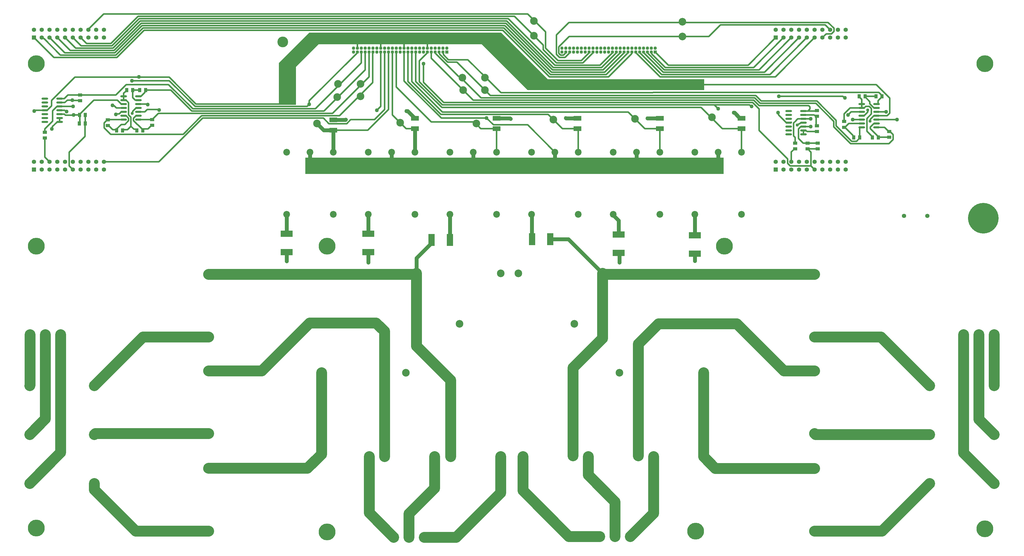
<source format=gtl>
G04*
G04 #@! TF.GenerationSoftware,Altium Limited,Altium Designer,22.11.1 (43)*
G04*
G04 Layer_Physical_Order=1*
G04 Layer_Color=255*
%FSLAX44Y44*%
%MOMM*%
G71*
G04*
G04 #@! TF.SameCoordinates,B38BEB0A-FF2B-4473-85C9-27130B265984*
G04*
G04*
G04 #@! TF.FilePolarity,Positive*
G04*
G01*
G75*
%ADD18O,2.2000X0.6000*%
%ADD19R,1.0200X1.4700*%
%ADD20R,1.4700X1.0200*%
%ADD21R,2.5000X1.5000*%
%ADD22R,2.0000X4.0000*%
%ADD23R,4.0000X2.0000*%
%ADD44C,0.5080*%
%ADD45C,3.5560*%
%ADD46C,1.2700*%
%ADD47C,2.5000*%
%ADD48C,2.2000*%
%ADD49C,3.5000*%
%ADD50C,3.0000*%
%ADD51O,3.6000X3.2000*%
%ADD52C,5.5000*%
%ADD53C,10.0000*%
%ADD54C,1.4000*%
%ADD55R,1.4000X1.4000*%
%ADD56R,2.5000X2.5000*%
%ADD57C,1.0900*%
%ADD58R,1.0900X1.0900*%
%ADD59C,1.0160*%
%ADD60C,1.2700*%
G36*
X2001520Y3223260D02*
X2512060D01*
Y3187700D01*
X1935480D01*
X1785620Y3337560D01*
X1252220D01*
X1178560Y3263900D01*
X1178560Y3139340D01*
X1122680D01*
Y3276600D01*
X1221740Y3375660D01*
X1849120D01*
X2001520Y3223260D01*
D02*
G37*
G36*
X2575560Y2913380D02*
X1209040D01*
Y2966720D01*
X2575560D01*
Y2913380D01*
D02*
G37*
D18*
X2787780Y3119120D02*
D03*
Y3106420D02*
D03*
Y3093720D02*
D03*
Y3081020D02*
D03*
Y3068320D02*
D03*
Y3055620D02*
D03*
Y3042920D02*
D03*
X2835780Y3119120D02*
D03*
Y3106420D02*
D03*
Y3093720D02*
D03*
Y3081020D02*
D03*
Y3068320D02*
D03*
Y3055620D02*
D03*
Y3042920D02*
D03*
X663600Y3090890D02*
D03*
Y3103590D02*
D03*
Y3116290D02*
D03*
Y3128990D02*
D03*
Y3141690D02*
D03*
Y3154390D02*
D03*
Y3167090D02*
D03*
X615600Y3090890D02*
D03*
Y3103590D02*
D03*
Y3116290D02*
D03*
Y3128990D02*
D03*
Y3141690D02*
D03*
Y3154390D02*
D03*
Y3167090D02*
D03*
X3074540Y3065780D02*
D03*
Y3078480D02*
D03*
Y3091180D02*
D03*
Y3103880D02*
D03*
Y3116580D02*
D03*
Y3129280D02*
D03*
Y3141980D02*
D03*
X3026540Y3065780D02*
D03*
Y3078480D02*
D03*
Y3091180D02*
D03*
Y3103880D02*
D03*
Y3116580D02*
D03*
Y3129280D02*
D03*
Y3141980D02*
D03*
X357660Y3159470D02*
D03*
Y3146770D02*
D03*
Y3134070D02*
D03*
Y3121370D02*
D03*
Y3108670D02*
D03*
Y3095970D02*
D03*
Y3083270D02*
D03*
X405660Y3159470D02*
D03*
Y3146770D02*
D03*
Y3134070D02*
D03*
Y3121370D02*
D03*
Y3108670D02*
D03*
Y3095970D02*
D03*
Y3083270D02*
D03*
D19*
X644500Y3187700D02*
D03*
X625500D02*
D03*
X677520Y3055620D02*
D03*
X658520D02*
D03*
X592480D02*
D03*
X611480D02*
D03*
X687020Y3187700D02*
D03*
X668020D02*
D03*
X3037180Y3167380D02*
D03*
X3018180D02*
D03*
X3080360Y3032760D02*
D03*
X3061360D02*
D03*
X3092400Y3167380D02*
D03*
X3073400D02*
D03*
X3019400Y3032760D02*
D03*
X3000400D02*
D03*
X490220Y3106130D02*
D03*
X471220D02*
D03*
X470560Y3078480D02*
D03*
X489560D02*
D03*
D20*
X708660Y3091180D02*
D03*
Y3072180D02*
D03*
X563880Y3090520D02*
D03*
Y3071520D02*
D03*
X2969260Y3065780D02*
D03*
Y3084780D02*
D03*
X3116580Y3052420D02*
D03*
Y3033420D02*
D03*
X2809240Y3014320D02*
D03*
Y2995320D02*
D03*
X2880360Y3070860D02*
D03*
Y3051860D02*
D03*
Y3102000D02*
D03*
Y3121000D02*
D03*
X2849880Y2995320D02*
D03*
Y3014320D02*
D03*
X358140Y3049880D02*
D03*
Y3030880D02*
D03*
X473100Y3152510D02*
D03*
Y3171510D02*
D03*
X2882900Y3014320D02*
D03*
Y2995320D02*
D03*
D21*
X2098040Y3095480D02*
D03*
Y3061480D02*
D03*
X2367280Y3095480D02*
D03*
Y3061480D02*
D03*
X2633980Y3095480D02*
D03*
Y3061480D02*
D03*
X1300480Y3090400D02*
D03*
Y3056400D02*
D03*
X1567180Y3095480D02*
D03*
Y3061480D02*
D03*
X1833880Y3095480D02*
D03*
Y3061480D02*
D03*
D22*
X2009140Y2700020D02*
D03*
X1949140D02*
D03*
X1621000Y2697480D02*
D03*
X1681000D02*
D03*
D23*
X2232660Y2654780D02*
D03*
Y2714780D02*
D03*
X2481580Y2652240D02*
D03*
Y2712240D02*
D03*
X1148080Y2657320D02*
D03*
Y2717320D02*
D03*
X1414780Y2657320D02*
D03*
Y2717320D02*
D03*
D44*
X2817160Y3093720D02*
X2860040D01*
X2811480Y3088040D02*
X2817160Y3093720D01*
X2811480Y3087217D02*
Y3088040D01*
X2804160Y3079897D02*
X2811480Y3087217D01*
X2697713Y3152140D02*
X2879630D01*
X2344823Y3179810D02*
X3082220D01*
X2694557Y3144520D02*
X2876474D01*
X2969738Y3162300D02*
X2971800D01*
X2755900Y3167380D02*
X2964658D01*
X1797050Y3229610D02*
X1847850Y3178810D01*
X2679933Y3169920D02*
X2697713Y3152140D01*
X2343823Y3178810D02*
X2344823Y3179810D01*
X2853036Y3136900D02*
X2857500Y3132436D01*
X2691401Y3136900D02*
X2853036D01*
X1719580Y3225800D02*
X1783080Y3162300D01*
X2673621Y3154680D02*
X2691401Y3136900D01*
X1704340Y3279140D02*
X1795780Y3187700D01*
X2676777Y3162300D02*
X2694557Y3144520D01*
X1724660Y3187700D02*
X1757680Y3154680D01*
X2853036Y3121660D02*
X2857500Y3126124D01*
X3082220Y3179810D02*
X3092400Y3169630D01*
X1847850Y3178810D02*
X2343823D01*
X1795780Y3187700D02*
X1813560Y3169920D01*
X2964658Y3167380D02*
X2969738Y3162300D01*
X2857500Y3126124D02*
Y3132436D01*
X2876474Y3144520D02*
X2935463Y3085531D01*
X2494280Y3205480D02*
X3073934D01*
X1813560Y3169920D02*
X2679933D01*
X3073934Y3205480D02*
X3117850Y3161564D01*
X1620520Y3291840D02*
X1724660Y3187700D01*
X2787780Y3081020D02*
X2795531D01*
X2853036Y3119296D02*
X2876116D01*
X2795531Y3081020D02*
X2795956Y3081445D01*
X2804160Y3037982D02*
Y3079897D01*
X2835956Y3119296D02*
X2853036D01*
X2795956Y3081445D02*
Y3082469D01*
X2879630Y3152140D02*
X2943083Y3088687D01*
X2835780Y3119120D02*
X2835956Y3119296D01*
X2754818Y3105982D02*
X2779780Y3081020D01*
X3117850Y3111845D02*
Y3161564D01*
X3109885Y3103880D02*
X3117850Y3111845D01*
X3074540Y3103880D02*
X3109885D01*
X1634334Y3307274D02*
Y3311046D01*
X1633220Y3312160D02*
X1634334Y3311046D01*
Y3307274D02*
X1709456Y3232151D01*
X1719580Y3228340D02*
X1722120D01*
X1715768Y3232151D02*
X1719580Y3228340D01*
X1709456Y3232151D02*
X1715768D01*
X1757680Y3154680D02*
X2673621D01*
X1620520Y3291840D02*
Y3312160D01*
X1783080Y3162300D02*
X2676777D01*
X1647034Y3305350D02*
X1673244Y3279140D01*
X1647034Y3305350D02*
Y3311046D01*
X1659734Y3303427D02*
Y3311046D01*
X1676400Y3286760D02*
X1739900D01*
X1659734Y3303427D02*
X1676400Y3286760D01*
X1673244Y3279140D02*
X1704340D01*
X1645920Y3312160D02*
X1647034Y3311046D01*
X1739900Y3286760D02*
X1797050Y3229610D01*
X1658620Y3312160D02*
X1659734Y3311046D01*
X3053380Y3086100D02*
X3054352Y3087072D01*
Y3091692D02*
X3066240Y3103579D01*
X3054352Y3087072D02*
Y3091692D01*
X3043220Y3094821D02*
X3057769Y3109371D01*
X3043220Y3053150D02*
Y3094821D01*
Y3053150D02*
X3061360Y3035010D01*
X2754818Y3105982D02*
Y3112582D01*
X2753360Y3114040D02*
X2754818Y3112582D01*
X2779780Y3081020D02*
X2787780D01*
X2806990Y2995320D02*
X2809240D01*
X2796540Y2952750D02*
Y2984870D01*
X2806990Y2995320D01*
X2792776Y2939430D02*
X2860660D01*
Y2984540D01*
X2784757Y2958051D02*
Y2962259D01*
X2691405Y3055611D02*
X2784757Y2962259D01*
X2784460Y2957754D02*
X2784757Y2958051D01*
X2784460Y2947746D02*
X2792776Y2939430D01*
X2784460Y2947746D02*
Y2957754D01*
X2969260Y3109885D02*
X2988480Y3129104D01*
X2992120Y3116580D02*
X3026540D01*
X2981960Y3106420D02*
X2992120Y3116580D01*
X2988480Y3129104D02*
X3026364D01*
X2969260Y3084780D02*
Y3109885D01*
X3100970Y3065780D02*
X3114330Y3052420D01*
X3074540Y3065780D02*
X3100970D01*
X3114330Y3052420D02*
X3116580D01*
X3034840Y3104181D02*
X3045869Y3115209D01*
Y3122069D01*
X3046340Y3122540D01*
X2815590Y3073400D02*
X2817652D01*
X2821655Y3077403D02*
X2823914D01*
X2817652Y3073400D02*
X2821655Y3077403D01*
X2823914D02*
X2827531Y3081020D01*
X643110Y3111500D02*
X644568Y3112958D01*
Y3117958D01*
X663299Y3128690D02*
X663600Y3128990D01*
X655300Y3128690D02*
X663299D01*
X644568Y3117958D02*
X655300Y3128690D01*
X631680Y3106286D02*
Y3146310D01*
X639300Y3069420D02*
Y3098666D01*
X631680Y3106286D02*
X639300Y3098666D01*
X3057769Y3109371D02*
Y3127274D01*
X3051074Y3133970D02*
X3057769Y3127274D01*
X3034789Y3129280D02*
X3039478Y3133970D01*
X3026841Y3104181D02*
X3034840D01*
X3026540Y3103880D02*
X3026841Y3104181D01*
X3039478Y3133970D02*
X3051074D01*
X3026540Y3129280D02*
X3034789D01*
X3074240Y3103579D02*
X3074540Y3103880D01*
X3066240Y3103579D02*
X3074240D01*
X3054378Y3060992D02*
Y3066154D01*
X3066704Y3078480D01*
X3074540D01*
X451849Y3106130D02*
X471220D01*
X424616Y3105755D02*
X446451D01*
X446826Y3106130D01*
X451849D01*
X471220D02*
X471920Y3105430D01*
X2860660Y2939430D02*
X2872740Y2927350D01*
X2870326D02*
X2872740D01*
X1388110Y3171190D02*
X1428906Y3211986D01*
X607351Y3090714D02*
X615424D01*
X1397000Y3210560D02*
X1417320Y3230880D01*
X1241860Y3126540D02*
X1391920Y3276600D01*
Y3312160D01*
X840940Y3126540D02*
X1241860D01*
X837784Y3118920D02*
X1269800D01*
X1404620Y3253740D02*
Y3312160D01*
X1269800Y3118920D02*
X1404620Y3253740D01*
X1428906Y3211986D02*
Y3311046D01*
X870404Y3103680D02*
X1320600D01*
X1388110Y3171190D01*
X1595120Y3213100D02*
X1661160Y3147060D01*
X2670464D01*
X1595120Y3213100D02*
Y3274060D01*
X1221740Y3152488D02*
X1377050Y3307798D01*
X1221740Y3140710D02*
Y3152488D01*
X1377050Y3307798D02*
Y3308415D01*
X1379220Y3310585D01*
Y3312160D01*
X1297740Y3111300D02*
X1397000Y3210560D01*
X728780Y3111300D02*
X1297740D01*
X1417320Y3230880D02*
Y3312160D01*
X1214954Y3134160D02*
X1221504Y3140710D01*
X2971510Y3065780D02*
X2997840Y3039450D01*
X2971510Y3065780D02*
X2984210Y3078480D01*
X2990039Y3012710D02*
X3115504D01*
X2935463Y3067286D02*
X2990039Y3012710D01*
X2984210Y3078480D02*
X3026540D01*
X2943083Y3070443D02*
Y3088687D01*
X2993196Y3020330D02*
X3009220D01*
X2997840Y3035320D02*
Y3039450D01*
Y3035320D02*
X3000400Y3032760D01*
X2943083Y3070443D02*
X2993196Y3020330D01*
X2935463Y3067286D02*
Y3085531D01*
X3009220Y3020330D02*
X3019400Y3030510D01*
X3115504Y3012710D02*
X3129010Y3026216D01*
X3019400Y3030510D02*
Y3065355D01*
X3092400Y3165130D02*
Y3169630D01*
X3074540Y3091180D02*
X3141980D01*
X2665294Y3134360D02*
X2667000D01*
X2545080Y3139440D02*
X2660214D01*
X2665294Y3134360D01*
X2691405Y3055611D02*
Y3126119D01*
X2670464Y3147060D02*
X2691405Y3126119D01*
X1656696Y3139440D02*
X2545080D01*
X2557780Y3126740D01*
X1161258Y3149600D02*
X1163320D01*
X1153438Y3141780D02*
X1161258Y3149600D01*
X851716Y3141780D02*
X1153438D01*
X2395220Y3268980D02*
X2655570D01*
X2352040Y3312160D02*
X2395220Y3268980D01*
X2655570D02*
X2745740Y3359150D01*
X2384756Y3261360D02*
X2673350D01*
X2381599Y3253740D02*
X2691130D01*
X2327754Y3307586D02*
X2381599Y3253740D01*
X2691130D02*
X2796540Y3359150D01*
X2340454Y3305662D02*
X2384756Y3261360D01*
X2316110Y3307798D02*
X2377788Y3246120D01*
X2290710Y3307798D02*
X2367628Y3230880D01*
X2372708Y3238500D02*
X2726690D01*
X2708910Y3246120D02*
X2821940Y3359150D01*
X2367628Y3230880D02*
X2744470D01*
X2303410Y3307798D02*
X2372708Y3238500D01*
X2377788Y3246120D02*
X2708910D01*
X2726690Y3238500D02*
X2847340Y3359150D01*
X2673350Y3261360D02*
X2771140Y3359150D01*
X2744470Y3230880D02*
X2872740Y3359150D01*
X2199640Y3230880D02*
X2274726Y3305966D01*
X2006600Y3230880D02*
X2199640D01*
X1854200Y3383280D02*
X2006600Y3230880D01*
X2191672Y3238500D02*
X2260970Y3307798D01*
X1857356Y3390900D02*
X2009756Y3238500D01*
X2191672D01*
X2186592Y3246120D02*
X2234852Y3294380D01*
X1860513Y3398520D02*
X2012913Y3246120D01*
X2186592D01*
X1863669Y3406140D02*
X2016069Y3253740D01*
X2181512D02*
X2236626Y3308855D01*
X2016069Y3253740D02*
X2181512D01*
X2176432Y3261360D02*
X2222870Y3307798D01*
X1866900Y3413760D02*
X2019300Y3261360D01*
X2176432D01*
X1871980Y3421380D02*
X2024380Y3268980D01*
X2171351D01*
X2211226Y3308855D01*
X2029090Y3304642D02*
X2039722Y3294010D01*
X2056682D02*
X2070470Y3307798D01*
X2036710D02*
X2042878Y3301630D01*
X2034540Y3284220D02*
X2110392D01*
X2051602Y3301630D02*
X2057770Y3307798D01*
X2029460Y3276600D02*
X2115471D01*
X1986280Y3319780D02*
X2029460Y3276600D01*
X2115471D02*
X2146670Y3307798D01*
X2110392Y3284220D02*
X2133970Y3307798D01*
X2042878Y3301630D02*
X2051602D01*
X2069832Y3408680D02*
X2916494D01*
X2070448Y3362960D02*
X2509520D01*
X2039722Y3294010D02*
X2056682D01*
X1993900Y3324860D02*
X2034540Y3284220D01*
X2898140Y3359150D02*
X2900473D01*
X3080000Y3142405D02*
Y3152730D01*
X3074540Y3141980D02*
X3079575D01*
X3080000Y3142405D01*
Y3152730D02*
X3092400Y3165130D01*
X3053052Y3142768D02*
Y3149258D01*
Y3142768D02*
X3066540Y3129280D01*
X3037180Y3165130D02*
Y3167380D01*
Y3165130D02*
X3053052Y3149258D01*
X3066540Y3129280D02*
X3074540D01*
X3037180Y3167380D02*
X3073400D01*
X3018180Y3165130D02*
Y3167380D01*
X3026540Y3141980D02*
Y3156770D01*
X3018180Y3165130D02*
X3026540Y3156770D01*
X1544320Y3215640D02*
X1651900Y3108060D01*
X1569720Y3215640D02*
X1654674Y3130686D01*
X1557020Y3215640D02*
X1656980Y3115680D01*
X1569720Y3215640D02*
Y3312160D01*
X1654674Y3130686D02*
X2501900D01*
X1656980Y3115680D02*
X2264040D01*
X1651900Y3108060D02*
X2002420D01*
X2049000Y3061480D01*
X1544320Y3215640D02*
Y3312160D01*
X1581150Y3214986D02*
X1656696Y3139440D01*
X1557020Y3215640D02*
Y3312160D01*
X1531620Y3217564D02*
X1652924Y3096260D01*
X1800860D01*
X2264040Y3115680D02*
X2318240Y3061480D01*
X1581150Y3214986D02*
Y3283298D01*
X1531620Y3217564D02*
Y3312160D01*
X3116580Y3052420D02*
X3118830D01*
X3129010Y3026216D02*
Y3042240D01*
X3118830Y3052420D02*
X3129010Y3042240D01*
X2501900Y3130686D02*
X2534353Y3098233D01*
X1581150Y3283298D02*
X1605650Y3307798D01*
Y3312160D02*
X1607820D01*
X1605650Y3307798D02*
Y3312160D01*
X2852130Y2995320D02*
X2854690Y2992760D01*
X2849880Y2995320D02*
X2852130D01*
X2854690Y2990510D02*
Y2992760D01*
Y2990510D02*
X2860660Y2984540D01*
X2835780Y3106420D02*
X2871150D01*
X2876942Y3071738D02*
X2877820Y3070860D01*
X2871150Y3106420D02*
X2875570Y3102000D01*
X2877820Y3070860D02*
Y3102000D01*
X2875570D02*
X2877820D01*
X2835780Y3068320D02*
X2860040D01*
X2852130Y2995320D02*
X2882900D01*
X2827780Y3068320D02*
X2835780D01*
X2819700Y3060240D02*
X2827780Y3068320D01*
X2819700Y3029530D02*
Y3060240D01*
Y3029530D02*
X2834910Y3014320D01*
X2849880D01*
X2804160Y3037982D02*
X2809240Y3032902D01*
Y3014320D02*
Y3032902D01*
X2849880Y3014320D02*
X2882900D01*
X2844029Y3055620D02*
X2847789Y3051860D01*
X2877820D01*
X2835780Y3055620D02*
X2844029D01*
X2876116Y3119296D02*
X2877820Y3121000D01*
X2835355Y3042495D02*
X2835780Y3042920D01*
X2828478Y3042495D02*
X2835355D01*
X2835780Y3042920D02*
Y3055620D01*
X2827531Y3081020D02*
X2835780D01*
X3054378Y3060992D02*
X3080360Y3035010D01*
X456373Y3229610D02*
X763886D01*
X2997200Y3091180D02*
X3026540D01*
X2969260Y3065780D02*
X2971510D01*
X3019400Y3065355D02*
X3019825Y3065780D01*
X3026540D01*
X3080360Y3032760D02*
Y3035010D01*
X3061360Y3032760D02*
Y3035010D01*
X3080690Y3033090D02*
X3116250D01*
X3080360Y3032760D02*
X3080690Y3033090D01*
X3116250D02*
X3116580Y3033420D01*
X3074540Y3116580D02*
X3106420D01*
X3073400Y3167380D02*
X3074340Y3166440D01*
X3026540Y3129280D02*
Y3141980D01*
X3026364Y3129104D02*
X3026540Y3129280D01*
X692648Y3123910D02*
X730340D01*
X731520Y3122730D01*
X685028Y3116290D02*
X692648Y3123910D01*
X663600Y3116290D02*
X685028D01*
X2248270Y3307798D02*
Y3308415D01*
X2250440Y3310585D01*
Y3312160D01*
X2236626Y3308855D02*
Y3311046D01*
X2234852Y3294380D02*
X2234852D01*
X2248270Y3307798D01*
X2211226Y3311046D02*
X2212340Y3312160D01*
X2211226Y3308855D02*
Y3311046D01*
X2274726D02*
X2275840Y3312160D01*
X2274726Y3305966D02*
Y3311046D01*
X1428906D02*
X1430020Y3312160D01*
X809914Y3043190D02*
X870404Y3103680D01*
X551450Y3064316D02*
Y3080340D01*
Y3064316D02*
X572576Y3043190D01*
X809914D01*
X551450Y3080340D02*
X561630Y3090520D01*
X563880D01*
X873560Y3096060D02*
X1267636D01*
X730250Y2952750D02*
X873560Y3096060D01*
X1267636D02*
X1285876Y3077820D01*
X551180Y2952750D02*
X730250D01*
X677520Y3060700D02*
X694930D01*
X647520Y3087543D02*
Y3095510D01*
X677520Y3055620D02*
Y3057870D01*
X661403Y3073987D02*
X677520Y3057870D01*
X661077Y3073987D02*
X661403D01*
X647520Y3087543D02*
X661077Y3073987D01*
X762000Y3205480D02*
X840940Y3126540D01*
X764540Y3218180D02*
X848560Y3134160D01*
X1221504Y3140710D02*
X1221740D01*
X769004Y3187700D02*
X837784Y3118920D01*
X708660Y3091180D02*
X728780Y3111300D01*
X763886Y3229610D02*
X851716Y3141780D01*
X848560Y3134160D02*
X1214954D01*
X671849Y3091035D02*
X708515D01*
X708660Y3091180D01*
X592480Y3053370D02*
Y3055620D01*
X663600Y3090890D02*
X671849D01*
X706410Y3072180D02*
X708660D01*
X694930Y3060700D02*
X706410Y3072180D01*
X687020Y3187700D02*
X769004D01*
X642620Y3218180D02*
X764540D01*
X623646Y3205480D02*
X762000D01*
X589676Y3171510D02*
X623646Y3205480D01*
X473100Y3171510D02*
X589676D01*
X644500Y3162960D02*
Y3187700D01*
X663424Y3154566D02*
X663600Y3154390D01*
X652894Y3154566D02*
X663424D01*
X644500Y3162960D02*
X652894Y3154566D01*
X649277Y3059443D02*
X655960D01*
X658520Y3056883D01*
Y3055620D02*
Y3056883D01*
X639300Y3069420D02*
X649277Y3059443D01*
X566130Y3071520D02*
X579490Y3058160D01*
X590600D01*
X563880Y3071520D02*
X566130D01*
X517520Y3154680D02*
X594610D01*
X607299Y3141990D01*
X471220Y3108380D02*
X517520Y3154680D01*
X615424Y3090714D02*
X615600Y3090890D01*
X564074Y3090714D02*
X607351D01*
X563880Y3090520D02*
X564074Y3090714D01*
X590600Y3058530D02*
X607327Y3075257D01*
X619393D01*
X671600Y3167090D02*
X684460Y3179950D01*
Y3185140D01*
X687020Y3187700D01*
X663600Y3167090D02*
X671600D01*
X591632Y3128990D02*
X615600D01*
X583722Y3136900D02*
X591632Y3128990D01*
X607299Y3141990D02*
X615299D01*
X615600Y3141690D01*
X628040Y3058160D02*
X639300Y3069420D01*
X615600Y3103590D02*
X623600D01*
X631680Y3087543D02*
Y3095510D01*
X619393Y3075257D02*
X631680Y3087543D01*
X623600Y3103590D02*
X631680Y3095510D01*
X647520D02*
X655600Y3103590D01*
X663600D02*
X663627Y3103564D01*
X623600Y3154390D02*
X631680Y3146310D01*
X607351Y3090890D02*
X615600D01*
X609600Y3058160D02*
X628040D01*
X615600Y3154390D02*
X623600D01*
X615600D02*
Y3167090D01*
X655600Y3103590D02*
X663600D01*
X644500Y3187700D02*
X663600D01*
X625500Y3185450D02*
Y3187700D01*
X615600Y3167090D02*
Y3177710D01*
X620780Y3182890D01*
X622940D01*
X625500Y3185450D01*
X380075Y3153311D02*
X456373Y3229610D01*
X591115Y3109498D02*
X600559D01*
X589657Y3108040D02*
X591115Y3109498D01*
X607351Y3103590D02*
X615600D01*
X600559Y3109498D02*
X607351Y3116290D01*
X437500Y2939430D02*
Y2984492D01*
Y2939430D02*
X449580Y2927350D01*
X488820Y3035812D02*
Y3083270D01*
X437500Y2984492D02*
X488820Y3035812D01*
X489520Y3083970D02*
Y3105430D01*
X490220Y3106130D01*
X488820Y3083270D02*
X489520Y3083970D01*
X358140Y2967990D02*
Y3030880D01*
Y2967990D02*
X373380Y2952750D01*
X358140Y3060700D02*
X383245Y3085805D01*
Y3119655D01*
X358140Y3048141D02*
Y3060700D01*
X397660Y3134070D02*
X405660D01*
X383245Y3119655D02*
X397660Y3134070D01*
X382458Y3068068D02*
X397360Y3082969D01*
X403270D01*
X403570Y3083270D02*
X405235D01*
X405660Y3083695D02*
Y3095970D01*
X382458Y3062158D02*
Y3068068D01*
X405235Y3083270D02*
X405660Y3083695D01*
X381000Y3060700D02*
X382458Y3062158D01*
X403270Y3082969D02*
X403570Y3083270D01*
X405660D02*
Y3095970D01*
X380075Y3135785D02*
Y3153311D01*
X365660Y3121370D02*
X380075Y3135785D01*
X357660Y3121370D02*
X365660D01*
X327842D02*
X357660D01*
X323240Y3118830D02*
X325302D01*
X327842Y3121370D01*
X472160Y3153450D02*
X473100Y3152510D01*
X447161Y3154929D02*
X448640Y3153450D01*
X431114Y3154929D02*
X447161D01*
X448640Y3153450D02*
X472160D01*
X422955Y3146770D02*
X431114Y3154929D01*
X405660Y3146770D02*
X422955D01*
X433593Y3171510D02*
X473100D01*
X421553Y3159470D02*
X433593Y3171510D01*
X405660Y3159470D02*
X421553D01*
X405660Y3134070D02*
X450240D01*
X471920Y3083970D02*
Y3105430D01*
Y3083970D02*
X472620Y3083270D01*
X405836Y3108494D02*
X421877D01*
X424616Y3105755D01*
X405660Y3108670D02*
X405836Y3108494D01*
X405660Y3121370D02*
X405836Y3121194D01*
X423279D01*
X691949Y3139796D02*
X694011D01*
X690055Y3141690D02*
X691949Y3139796D01*
X663600Y3141690D02*
X690055D01*
X607351Y3116290D02*
X615600D01*
X1285876Y3077820D02*
X1343924D01*
X2541973Y3090613D02*
X2571106Y3061480D01*
X2534353Y3098233D02*
X2541973Y3090613D01*
X2571106Y3061480D02*
X2633980D01*
X2935620Y3379546D02*
Y3389554D01*
X2927304Y3371230D02*
X2935620Y3379546D01*
X2910220Y3371230D02*
X2927304D01*
X2916494Y3408680D02*
X2935620Y3389554D01*
X2898140Y3359150D02*
X2910220Y3371230D01*
X440690Y3317240D02*
X583509D01*
X398780Y3359150D02*
X440690Y3317240D01*
X347980Y3359150D02*
X350313D01*
X353559Y3355903D02*
X355037D01*
X408940Y3302000D02*
X589822D01*
X350313Y3359150D02*
X353559Y3355903D01*
X355037D02*
X408940Y3302000D01*
X2318240Y3061480D02*
X2367280D01*
X1782300D02*
X1833880D01*
X1766570Y3077210D02*
X1782300Y3061480D01*
X1620520Y3083560D02*
X1758723D01*
X1765073Y3077210D02*
X1766570D01*
X1758723Y3083560D02*
X1765073Y3077210D01*
X1518920Y3081020D02*
X1538460Y3061480D01*
X1567180D01*
X1493520Y3106420D02*
X1518920Y3081020D01*
X1506220Y3197860D02*
X1620520Y3083560D01*
X2049000Y3061480D02*
X2098040D01*
X1800860Y3096260D02*
X1823060Y3074060D01*
X1934820D02*
X2024380Y2984500D01*
X1823060Y3074060D02*
X1934820D01*
X1506220Y3197860D02*
Y3312160D01*
X1357285Y3091180D02*
X1435100D01*
X1343924Y3077820D02*
X1357285Y3091180D01*
X1435100D02*
X1468120Y3124200D01*
X2509520Y3362960D02*
X2527300D01*
X2565400Y3401060D01*
X1935480Y3436620D02*
X1955800Y3416300D01*
X550202Y3436620D02*
X1935480D01*
X1955800Y3413760D02*
Y3416300D01*
Y3413760D02*
X1958340D01*
X1993900Y3324860D02*
Y3378200D01*
X1958340Y3413760D02*
X1993900Y3378200D01*
X2036710Y3329221D02*
X2070448Y3362960D01*
X1986280Y3319780D02*
Y3335020D01*
X1955800Y3365500D02*
X1986280Y3335020D01*
X2036710Y3307798D02*
Y3329221D01*
X1892300Y3429000D02*
X1955800Y3365500D01*
X666096Y3421380D02*
X1871980D01*
X2029090Y3367938D02*
X2069832Y3408680D01*
X2565400Y3401060D02*
X2907030D01*
X2923540Y3384550D01*
X662940Y3429000D02*
X1892300D01*
X2029090Y3304642D02*
Y3367938D01*
X675565Y3398520D02*
X1860513D01*
X678721Y3390900D02*
X1857356D01*
X669253Y3413760D02*
X1866900D01*
X681878Y3383280D02*
X1854200D01*
X672409Y3406140D02*
X1863669D01*
X2057770Y3307798D02*
Y3308415D01*
X2059940Y3310585D01*
X1442720Y3121660D02*
X1455420Y3134360D01*
Y3312160D01*
X1300480Y3056400D02*
X1413020D01*
X1480820Y3124200D02*
Y3312160D01*
X1413020Y3056400D02*
X1480820Y3124200D01*
X1468120D02*
Y3312160D01*
X1493520Y3106420D02*
Y3312160D01*
X1607820Y3324860D02*
Y3347720D01*
X1531620Y3324860D02*
Y3350260D01*
X1455420Y3324860D02*
Y3347720D01*
X1379220Y3324860D02*
Y3355340D01*
X2236626Y3311046D02*
X2237740Y3312160D01*
X2133970Y3307798D02*
Y3308415D01*
X494030Y3340100D02*
X574040D01*
X449580Y3359150D02*
X476250Y3332480D01*
X574040Y3340100D02*
X662940Y3429000D01*
X424180Y3359150D02*
X458470Y3324860D01*
X474980Y3359150D02*
X494030Y3340100D01*
X577196Y3332480D02*
X666096Y3421380D01*
X476250Y3332480D02*
X577196D01*
X580353Y3324860D02*
X669253Y3413760D01*
X589822Y3302000D02*
X678721Y3390900D01*
X387350Y3294380D02*
X592978D01*
X422910Y3309620D02*
X586665D01*
X675565Y3398520D01*
X592978Y3294380D02*
X681878Y3383280D01*
X458470Y3324860D02*
X580353D01*
X322580Y3359150D02*
X387350Y3294380D01*
X583509Y3317240D02*
X672409Y3406140D01*
X373380Y3359150D02*
X422910Y3309620D01*
X500380Y3386798D02*
X550202Y3436620D01*
X2146670Y3307798D02*
Y3308415D01*
X2148840Y3310585D01*
Y3312160D01*
X500380Y3384550D02*
Y3386798D01*
X2133970Y3308415D02*
X2136140Y3310585D01*
Y3312160D01*
X2070470Y3307798D02*
Y3308415D01*
X2072640Y3310585D01*
Y3312160D01*
X2059940Y3310585D02*
Y3312160D01*
X2222870Y3308415D02*
X2225040Y3310585D01*
X2222870Y3307798D02*
Y3308415D01*
X2225040Y3310585D02*
Y3312160D01*
X2260970Y3308415D02*
X2263140Y3310585D01*
X2260970Y3307798D02*
Y3308415D01*
X2263140Y3310585D02*
Y3312160D01*
X2288540Y3310585D02*
X2290710Y3308415D01*
X2288540Y3310585D02*
Y3312160D01*
X2290710Y3307798D02*
Y3308415D01*
X2301240Y3310585D02*
X2303410Y3308415D01*
Y3307798D02*
Y3308415D01*
X2301240Y3310585D02*
Y3312160D01*
X2313940Y3310585D02*
X2316110Y3308415D01*
X2313940Y3310585D02*
Y3312160D01*
X2316110Y3307798D02*
Y3308415D01*
X2327754Y3307586D02*
Y3311046D01*
X2326640Y3312160D02*
X2327754Y3311046D01*
X2339340Y3312160D02*
X2340454Y3311046D01*
Y3305662D02*
Y3311046D01*
X2633980Y2984500D02*
Y3061480D01*
X2367280Y2984500D02*
Y3061480D01*
X2100580Y2984500D02*
Y3058940D01*
X1833880Y2984500D02*
Y3061480D01*
D45*
X409880Y2002144D02*
Y2387600D01*
X359880Y2112144D02*
Y2387600D01*
X308790Y2220956D02*
X309880Y2222046D01*
Y2387600D01*
X3359480Y2000956D02*
Y2387600D01*
X3409480Y2110956D02*
Y2387600D01*
X3359480Y2000956D02*
X3459480Y1900956D01*
X2875904Y2060956D02*
X3248480D01*
X2872740Y2064120D02*
X2875904Y2060956D01*
X3092620Y1745096D02*
X3248480Y1900956D01*
X2872740Y1745096D02*
X3092620D01*
X2872740Y2380096D02*
X3089340D01*
X3248480Y2220956D01*
X2179660Y2588260D02*
X2179660D01*
X2182824Y2585096D01*
X2872740D01*
X1568756D02*
X1571920Y2588260D01*
X1571920D01*
X892990Y2585096D02*
X1568756D01*
X1571920Y2350610D02*
Y2588260D01*
X2772780Y2269120D02*
X2872740D01*
X2618740Y2423160D02*
X2772780Y2269120D01*
X2548564Y1950096D02*
X2872740D01*
X2509840Y1988820D02*
X2548564Y1950096D01*
X3409480Y2110956D02*
X3459480Y2060956D01*
Y2220956D02*
Y2387600D01*
X519790Y2221054D02*
X678930Y2380194D01*
X892990D01*
X523070Y2064334D02*
X892990D01*
X519790Y2061054D02*
X523070Y2064334D01*
X519790Y1880114D02*
Y1901054D01*
Y1880114D02*
X654710Y1745194D01*
X308790Y1901054D02*
X409880Y2002144D01*
X308790Y2061054D02*
X359880Y2112144D01*
X2346640Y1803080D02*
Y1988820D01*
X2270760Y1727200D02*
X2346640Y1803080D01*
X2220760Y1727200D02*
Y1840700D01*
X2133280Y1928180D02*
X2220760Y1840700D01*
X2070100Y1727200D02*
X2170760D01*
X1919920Y1877380D02*
X2070100Y1727200D01*
X1467800Y1988820D02*
Y2398080D01*
X1440180Y2425700D02*
X1467800Y2398080D01*
X1223008Y2425700D02*
X1437300D01*
X2509840Y1988820D02*
Y2263120D01*
X2509860Y2263140D01*
X2179660Y2375240D02*
Y2588260D01*
X2083120Y2278700D02*
X2179660Y2375240D01*
X2083120Y1991360D02*
Y2278700D01*
X2296480Y1991360D02*
Y2357100D01*
X2362540Y2423160D01*
X2618740D01*
X1571920Y2350610D02*
X1683700Y2238830D01*
Y1988820D02*
Y2238830D01*
X1066642Y2269334D02*
X1223008Y2425700D01*
X892990Y2269334D02*
X1066642D01*
X1547660Y1724660D02*
Y1801660D01*
X1631000Y1885000D02*
Y1988820D01*
X1547660Y1801660D02*
X1631000Y1885000D01*
X1701800Y1724660D02*
X1846900Y1869760D01*
Y1988820D01*
X1597660Y1724660D02*
X1701800D01*
X1417640Y1804680D02*
X1497660Y1724660D01*
X1417640Y1804680D02*
Y1988820D01*
X1254440D02*
X1262040Y1996420D01*
Y2263140D01*
X892990Y1950194D02*
X1215814D01*
X1254440Y1988820D01*
X654710Y1745194D02*
X892990D01*
X2133280Y1928180D02*
Y1988820D01*
X1919920Y1877380D02*
Y1988820D01*
D46*
X2608580Y3114040D02*
X2610420D01*
X2628980Y3095480D02*
X2633980D01*
X2610420Y3114040D02*
X2628980Y3095480D01*
X2481580Y2712240D02*
Y2781300D01*
Y2628900D02*
Y2652240D01*
X2214880Y2778783D02*
X2232660Y2761003D01*
X2214880Y2778783D02*
Y2781300D01*
X2232660Y2714780D02*
Y2761003D01*
Y2654780D02*
X2235200Y2652240D01*
Y2623820D02*
Y2652240D01*
X1414780Y2623820D02*
Y2657320D01*
X1148080Y2627720D02*
Y2657320D01*
X2009140Y2700020D02*
X2067900D01*
X1948660Y2700500D02*
Y2780820D01*
Y2700500D02*
X1949140Y2700020D01*
X1948180Y2781300D02*
X1948660Y2780820D01*
X1571920Y2638400D02*
X1621000Y2687480D01*
X1571920Y2588260D02*
Y2638400D01*
X1621000Y2687480D02*
Y2697480D01*
X1681240Y2781060D02*
X1681480Y2781300D01*
X1681240Y2697720D02*
Y2781060D01*
X1681000Y2697480D02*
X1681240Y2697720D01*
X1414780Y2722400D02*
Y2781300D01*
X1148080Y2718500D02*
Y2781300D01*
X1247140Y3078480D02*
X1269220Y3056400D01*
X1300480D01*
X1877840Y3095480D02*
X1879600Y3093720D01*
X1833880Y3095480D02*
X1877840D01*
X2024380Y2948940D02*
Y2984500D01*
X2326484Y3095686D02*
X2326690Y3095480D01*
X2367280D01*
X2059940Y3096260D02*
X2060720Y3095480D01*
X2098040D01*
X1539240Y3119120D02*
X1543540D01*
X1567180Y3095480D01*
Y2984500D02*
Y3061480D01*
X1300480Y2984500D02*
Y3056400D01*
X1340340Y3090400D02*
X1341120Y3091180D01*
X1300480Y3090400D02*
X1340340D01*
X2557780Y2948940D02*
Y2984500D01*
Y2948940D02*
X2560320Y2946400D01*
X2291080Y2936240D02*
Y2984500D01*
Y2936240D02*
X2293620Y2933700D01*
X1757680Y2938780D02*
Y2984500D01*
X1490980Y2943860D02*
Y2984500D01*
Y2943860D02*
X1496060Y2938780D01*
X1224280Y2948940D02*
Y2984500D01*
X1221740Y2946400D02*
X1224280Y2948940D01*
X2214880Y2984500D02*
X2214990Y2984390D01*
X2067900Y2700020D02*
X2179660Y2588260D01*
D47*
X1722120Y3228340D02*
D03*
X1795780D02*
D03*
Y3187700D02*
D03*
X1724660D02*
D03*
X2440940Y3362960D02*
D03*
Y3411220D02*
D03*
X1955800Y3413760D02*
D03*
Y3365500D02*
D03*
X1315720Y3208020D02*
D03*
X1313180Y3164840D02*
D03*
X1389380Y3208020D02*
D03*
Y3167380D02*
D03*
X1247140Y3078480D02*
D03*
X1518920Y3081020D02*
D03*
X1767840Y3078480D02*
D03*
X2019300Y3091180D02*
D03*
X2286000Y3093720D02*
D03*
X2537460Y3098800D02*
D03*
X3359480Y2387600D02*
D03*
X3409480D02*
D03*
X2270760Y1727200D02*
D03*
X2220760D02*
D03*
X309880Y2387600D02*
D03*
X359880D02*
D03*
X1597660Y1724660D02*
D03*
X1547660D02*
D03*
X1537040Y2263140D02*
D03*
X1262040D02*
D03*
X1712300Y2423160D02*
D03*
X1437300D02*
D03*
X1846920Y2588260D02*
D03*
X1571920D02*
D03*
X1904660D02*
D03*
X2179660D02*
D03*
X2087540Y2423160D02*
D03*
X2362540D02*
D03*
X2234860Y2263140D02*
D03*
X2509860D02*
D03*
D48*
X2100580Y2781300D02*
D03*
Y2984500D02*
D03*
X2024380D02*
D03*
X1948180D02*
D03*
Y2781300D02*
D03*
X2367280D02*
D03*
Y2984500D02*
D03*
X2291080D02*
D03*
X2214880D02*
D03*
Y2781300D02*
D03*
X2633980D02*
D03*
Y2984500D02*
D03*
X2557780D02*
D03*
X2481580D02*
D03*
Y2781300D02*
D03*
X1300480D02*
D03*
Y2984500D02*
D03*
X1224280D02*
D03*
X1148080D02*
D03*
Y2781300D02*
D03*
X1567180D02*
D03*
Y2984500D02*
D03*
X1490980D02*
D03*
X1414780D02*
D03*
Y2781300D02*
D03*
X1833880D02*
D03*
Y2984500D02*
D03*
X1757680D02*
D03*
X1681480D02*
D03*
Y2781300D02*
D03*
D49*
X1135380Y3345180D02*
D03*
D50*
X1919920Y1988820D02*
D03*
X2083120D02*
D03*
X2133280D02*
D03*
X2296480D02*
D03*
X2346640D02*
D03*
X2509840D02*
D03*
X1417640D02*
D03*
X1254440D02*
D03*
X1631000D02*
D03*
X1467800D02*
D03*
X1846900D02*
D03*
X1683700D02*
D03*
X3459480Y1900956D02*
D03*
X3248480D02*
D03*
X3459480Y2220956D02*
D03*
X3248480D02*
D03*
X3459480Y2060956D02*
D03*
X3248480D02*
D03*
X308790Y2220956D02*
D03*
X519790D02*
D03*
X308790Y1900956D02*
D03*
X519790D02*
D03*
X308790Y2060956D02*
D03*
X519790D02*
D03*
D51*
X2872740Y2585096D02*
D03*
Y2380096D02*
D03*
Y2269120D02*
D03*
Y2064120D02*
D03*
Y1950096D02*
D03*
Y1745096D02*
D03*
X892990Y1950096D02*
D03*
Y1745096D02*
D03*
Y2269120D02*
D03*
Y2064120D02*
D03*
Y2585096D02*
D03*
Y2380096D02*
D03*
D52*
X2484120Y1744980D02*
D03*
X330200Y2677160D02*
D03*
X2578100D02*
D03*
X1280160D02*
D03*
X330200Y3274060D02*
D03*
X3429000D02*
D03*
Y1752600D02*
D03*
X330200Y1755140D02*
D03*
X1280160Y1742440D02*
D03*
D53*
X3423920Y2768600D02*
D03*
D54*
X2974340Y3384550D02*
D03*
Y3359150D02*
D03*
X2948940Y3384550D02*
D03*
Y3359150D02*
D03*
X2923540Y3384550D02*
D03*
Y3359150D02*
D03*
X2898140Y3384550D02*
D03*
Y3359150D02*
D03*
X2872740Y3384550D02*
D03*
Y3359150D02*
D03*
X2847340Y3384550D02*
D03*
Y3359150D02*
D03*
X2821940Y3384550D02*
D03*
Y3359150D02*
D03*
X2796540Y3384550D02*
D03*
Y3359150D02*
D03*
X2771140Y3384550D02*
D03*
Y3359150D02*
D03*
X2745740Y3384550D02*
D03*
X2974340Y2952750D02*
D03*
Y2927350D02*
D03*
X2948940Y2952750D02*
D03*
Y2927350D02*
D03*
X2923540Y2952750D02*
D03*
Y2927350D02*
D03*
X2898140Y2952750D02*
D03*
Y2927350D02*
D03*
X2872740Y2952750D02*
D03*
Y2927350D02*
D03*
X2847340Y2952750D02*
D03*
Y2927350D02*
D03*
X2821940Y2952750D02*
D03*
Y2927350D02*
D03*
X2796540Y2952750D02*
D03*
Y2927350D02*
D03*
X2771140Y2952750D02*
D03*
Y2927350D02*
D03*
X2745740Y2952750D02*
D03*
X551180Y3384550D02*
D03*
Y3359150D02*
D03*
X525780Y3384550D02*
D03*
Y3359150D02*
D03*
X500380Y3384550D02*
D03*
Y3359150D02*
D03*
X474980Y3384550D02*
D03*
Y3359150D02*
D03*
X449580Y3384550D02*
D03*
Y3359150D02*
D03*
X424180Y3384550D02*
D03*
Y3359150D02*
D03*
X398780Y3384550D02*
D03*
Y3359150D02*
D03*
X373380Y3384550D02*
D03*
Y3359150D02*
D03*
X347980Y3384550D02*
D03*
Y3359150D02*
D03*
X322580Y3384550D02*
D03*
X551180Y2952750D02*
D03*
Y2927350D02*
D03*
X525780Y2952750D02*
D03*
Y2927350D02*
D03*
X500380Y2952750D02*
D03*
Y2927350D02*
D03*
X474980Y2952750D02*
D03*
Y2927350D02*
D03*
X449580Y2952750D02*
D03*
Y2927350D02*
D03*
X424180Y2952750D02*
D03*
Y2927350D02*
D03*
X398780Y2952750D02*
D03*
Y2927350D02*
D03*
X373380Y2952750D02*
D03*
Y2927350D02*
D03*
X347980Y2952750D02*
D03*
Y2927350D02*
D03*
X322580Y2952750D02*
D03*
X3164840Y2776220D02*
D03*
X3241040D02*
D03*
D55*
X2745740Y3359150D02*
D03*
Y2927350D02*
D03*
X322580Y3359150D02*
D03*
Y2927350D02*
D03*
D56*
X3459480Y2387600D02*
D03*
X2170760Y1727200D02*
D03*
X409880Y2387600D02*
D03*
X1497660Y1724660D02*
D03*
D57*
X2047240Y3324860D02*
D03*
Y3312160D02*
D03*
X2059940Y3324860D02*
D03*
Y3312160D02*
D03*
X2072640Y3324860D02*
D03*
Y3312160D02*
D03*
X2085340Y3324860D02*
D03*
Y3312160D02*
D03*
X2098040Y3324860D02*
D03*
Y3312160D02*
D03*
X2110740Y3324860D02*
D03*
Y3312160D02*
D03*
X2123440Y3324860D02*
D03*
Y3312160D02*
D03*
X2136140Y3324860D02*
D03*
Y3312160D02*
D03*
X2148840Y3324860D02*
D03*
Y3312160D02*
D03*
X2161540Y3324860D02*
D03*
Y3312160D02*
D03*
X2174240Y3324860D02*
D03*
Y3312160D02*
D03*
X2186940Y3324860D02*
D03*
Y3312160D02*
D03*
X2199640Y3324860D02*
D03*
Y3312160D02*
D03*
X2212340Y3324860D02*
D03*
Y3312160D02*
D03*
X2225040Y3324860D02*
D03*
Y3312160D02*
D03*
X2237740Y3324860D02*
D03*
Y3312160D02*
D03*
X2250440Y3324860D02*
D03*
Y3312160D02*
D03*
X2263140Y3324860D02*
D03*
Y3312160D02*
D03*
X2275840Y3324860D02*
D03*
Y3312160D02*
D03*
X2288540Y3324860D02*
D03*
Y3312160D02*
D03*
X2301240Y3324860D02*
D03*
Y3312160D02*
D03*
X2313940Y3324860D02*
D03*
Y3312160D02*
D03*
X2326640Y3324860D02*
D03*
Y3312160D02*
D03*
X2339340Y3324860D02*
D03*
Y3312160D02*
D03*
X2352040Y3324860D02*
D03*
X1366520D02*
D03*
Y3312160D02*
D03*
X1379220Y3324860D02*
D03*
Y3312160D02*
D03*
X1391920Y3324860D02*
D03*
Y3312160D02*
D03*
X1404620Y3324860D02*
D03*
Y3312160D02*
D03*
X1417320Y3324860D02*
D03*
Y3312160D02*
D03*
X1430020Y3324860D02*
D03*
Y3312160D02*
D03*
X1442720Y3324860D02*
D03*
Y3312160D02*
D03*
X1455420Y3324860D02*
D03*
Y3312160D02*
D03*
X1468120Y3324860D02*
D03*
Y3312160D02*
D03*
X1480820Y3324860D02*
D03*
Y3312160D02*
D03*
X1493520Y3324860D02*
D03*
Y3312160D02*
D03*
X1506220Y3324860D02*
D03*
Y3312160D02*
D03*
X1518920Y3324860D02*
D03*
Y3312160D02*
D03*
X1531620Y3324860D02*
D03*
Y3312160D02*
D03*
X1544320Y3324860D02*
D03*
Y3312160D02*
D03*
X1557020Y3324860D02*
D03*
Y3312160D02*
D03*
X1569720Y3324860D02*
D03*
Y3312160D02*
D03*
X1582420Y3324860D02*
D03*
Y3312160D02*
D03*
X1595120Y3324860D02*
D03*
Y3312160D02*
D03*
X1607820Y3324860D02*
D03*
Y3312160D02*
D03*
X1620520Y3324860D02*
D03*
Y3312160D02*
D03*
X1633220Y3324860D02*
D03*
Y3312160D02*
D03*
X1645920Y3324860D02*
D03*
Y3312160D02*
D03*
X1658620Y3324860D02*
D03*
Y3312160D02*
D03*
X1671320Y3324860D02*
D03*
D58*
X2352040Y3312160D02*
D03*
X1671320D02*
D03*
D59*
X3053380Y3086100D02*
D03*
X2815590Y3073400D02*
D03*
X643110Y3111500D02*
D03*
X3046340Y3122540D02*
D03*
D60*
X2753360Y3114040D02*
D03*
X2981960Y3106420D02*
D03*
X451849Y3106130D02*
D03*
X1221740Y3140710D02*
D03*
X2755900Y3167380D02*
D03*
X2971800Y3162300D02*
D03*
X3141980Y3091180D02*
D03*
X2667000Y3134360D02*
D03*
X2608580Y3114040D02*
D03*
X2557780Y3126740D02*
D03*
X2494280Y3205480D02*
D03*
X2466340D02*
D03*
X1135380Y3149600D02*
D03*
X1163320D02*
D03*
X1595120Y3274060D02*
D03*
X2860040Y3093720D02*
D03*
Y3068320D02*
D03*
X2997200Y3091180D02*
D03*
X3106420Y3116580D02*
D03*
X731520Y3122730D02*
D03*
X642620Y3218180D02*
D03*
X2481580Y2628900D02*
D03*
X2235200Y2623820D02*
D03*
X1414780D02*
D03*
X1148080Y2627720D02*
D03*
X578460Y3137190D02*
D03*
X665480Y3230880D02*
D03*
X589657Y3108040D02*
D03*
X381000Y3060700D02*
D03*
X323240Y3118830D02*
D03*
X447700Y3154390D02*
D03*
X450240Y3134070D02*
D03*
X429351Y3117185D02*
D03*
X694011Y3139796D02*
D03*
X1800860Y3096260D02*
D03*
X1879600Y3093720D02*
D03*
X1442720Y3121660D02*
D03*
X2326484Y3095686D02*
D03*
X2059940Y3096260D02*
D03*
X1539240Y3119120D02*
D03*
X1341120Y3091180D02*
D03*
M02*

</source>
